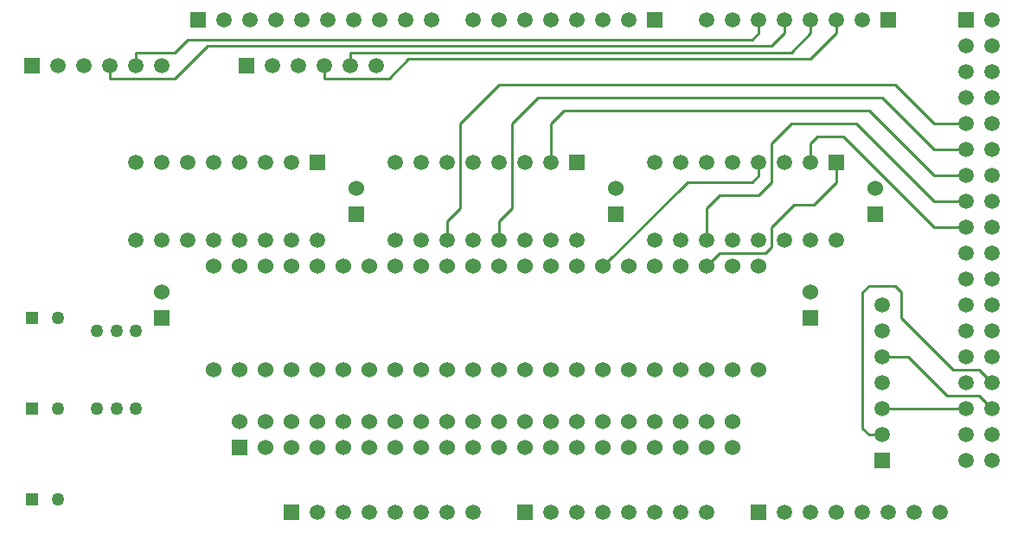
<source format=gbl>
G04 DipTrace 2.4.0.2*
%INBottom.gbr*%
%MOIN*%
%ADD10C,0.01*%
%ADD16C,0.06*%
%ADD17R,0.06X0.06*%
%ADD18C,0.05*%
%ADD19R,0.05X0.05*%
%ADD20R,0.0591X0.0591*%
%ADD22C,0.0591*%
%ADD23C,0.06*%
%ADD24C,0.05*%
%ADD25C,0.01*%
%FSLAX44Y44*%
G04*
G70*
G90*
G75*
G01*
%LNBottom*%
%LPD*%
X39687Y18937D2*
D10*
X37687Y20937D1*
X24437D1*
X23437Y19937D1*
Y16687D1*
X22937Y16187D1*
Y15437D1*
X39687Y15937D2*
X36187Y19437D1*
X35187D1*
X34937Y19187D1*
Y18437D1*
X39687Y17937D2*
X37187Y20437D1*
X25437D1*
X24937Y19937D1*
Y18437D1*
X39687Y19937D2*
X38187Y21437D1*
X22937D1*
X21437Y19937D1*
Y16687D1*
X20937Y16187D1*
Y15437D1*
X39687Y16937D2*
X36687Y19937D1*
X34187D1*
X33437Y19187D1*
Y17687D1*
X32937Y17187D1*
X31437D1*
X30937Y16687D1*
Y15437D1*
X40187Y19937D2*
X40937D1*
X40187Y18937D2*
X40937D1*
X40187Y17937D2*
X40937D1*
X40187Y16937D2*
X40937D1*
X40187Y15937D2*
X40937D1*
X37687Y7937D2*
X37187D1*
X36937Y8187D1*
Y13437D1*
X37187Y13687D1*
X38187D1*
X38437Y13437D1*
Y12437D1*
X40437Y10437D1*
X41437D1*
X41937Y9937D1*
X37687Y8937D2*
X40937D1*
X37687Y10937D2*
X38687D1*
X40187Y9437D1*
X41437D1*
X41937Y8937D1*
X16187Y22187D2*
Y21687D1*
X18687D1*
X19437Y22437D1*
X34937D1*
X35937Y23437D1*
Y23937D1*
X7937Y22187D2*
Y21687D1*
X10437D1*
X11687Y22937D1*
X33437D1*
X33937Y23437D1*
Y23937D1*
X35937Y18437D2*
Y17687D1*
X35062Y16812D1*
X34312D1*
X33437Y15937D1*
Y15187D1*
X33187Y14937D1*
X31437D1*
X30937Y14437D1*
X32937Y18437D2*
Y17937D1*
X32687Y17687D1*
X30187D1*
X26937Y14437D1*
X17187Y22187D2*
Y22687D1*
X34187D1*
X34937Y23437D1*
Y23937D1*
X8937Y22187D2*
Y22687D1*
X10437D1*
X10937Y23187D1*
X32687D1*
X32937Y23437D1*
Y23937D1*
D16*
X37437Y17437D3*
D17*
Y16437D3*
D16*
X27437Y17437D3*
D17*
Y16437D3*
D16*
X17437Y17437D3*
D17*
Y16437D3*
X9937Y12437D3*
D16*
Y13437D3*
D17*
X34937Y12437D3*
D16*
Y13437D3*
D18*
X5937Y5437D3*
D19*
X4937D3*
D18*
X5937Y8937D3*
D19*
X4937D3*
D18*
X5937Y12437D3*
D19*
X4937D3*
D16*
X31937Y7437D3*
X30937D3*
X29937D3*
X28937D3*
X27937D3*
X26937D3*
X25937D3*
X24937D3*
X23937D3*
X22937D3*
X21937D3*
X20937D3*
X19937D3*
X18937D3*
X17937D3*
X16937D3*
X15937D3*
X14937D3*
X13937D3*
D17*
X12937D3*
D16*
Y8437D3*
X13937D3*
X14937D3*
X15937D3*
X16937D3*
X17937D3*
X18937D3*
X19937D3*
X20937D3*
X21937D3*
X22937D3*
X23937D3*
X24937D3*
X25937D3*
X26937D3*
X27937D3*
X28937D3*
X29937D3*
X30937D3*
X31937D3*
D20*
X23937Y4937D3*
D22*
X24937D3*
X25937D3*
X26937D3*
X27937D3*
X28937D3*
X29937D3*
X30937D3*
D20*
X14937D3*
D22*
X15937D3*
X16937D3*
X17937D3*
X18937D3*
X19937D3*
X20937D3*
X21937D3*
D20*
X28937Y23937D3*
D22*
X27937D3*
X26937D3*
X25937D3*
X24937D3*
X23937D3*
X22937D3*
X21937D3*
D20*
X11337D3*
D22*
X12337D3*
X13337D3*
X14337D3*
X15337D3*
X16337D3*
X17337D3*
X18337D3*
X19337D3*
X20337D3*
D20*
X32937Y4937D3*
D22*
X33937D3*
X34937D3*
X35937D3*
X36937D3*
X37937D3*
X38937D3*
X39937D3*
D20*
X37937Y23937D3*
D22*
X36937D3*
X35937D3*
X34937D3*
X33937D3*
X32937D3*
X31937D3*
X30937D3*
D20*
X40937D3*
D22*
X41937D3*
X40937Y22937D3*
X41937D3*
X40937Y21937D3*
X41937D3*
X40937Y20937D3*
X41937D3*
X40937Y19937D3*
X41937D3*
X40937Y18937D3*
X41937D3*
X40937Y17937D3*
X41937D3*
X40937Y16937D3*
X41937D3*
X40937Y15937D3*
X41937D3*
X40937Y14937D3*
X41937D3*
X40937Y13937D3*
X41937D3*
X40937Y12937D3*
X41937D3*
X40937Y11937D3*
X41937D3*
X40937Y10937D3*
X41937D3*
X40937Y9937D3*
X41937D3*
X40937Y8937D3*
X41937D3*
X40937Y7937D3*
X41937D3*
X40937Y6937D3*
X41937D3*
D20*
X13187Y22187D3*
D22*
X14187D3*
X15187D3*
X16187D3*
X17187D3*
X18187D3*
D20*
X4937D3*
D22*
X5937D3*
X6937D3*
X7937D3*
X8937D3*
X9937D3*
D20*
X37687Y6937D3*
D22*
Y7937D3*
Y8937D3*
Y9937D3*
Y10937D3*
Y11937D3*
Y12937D3*
D16*
X32937Y14437D3*
D23*
Y10437D3*
D16*
X31937Y14437D3*
D23*
Y10437D3*
D16*
X29937Y14437D3*
D23*
Y10437D3*
D16*
X30937Y14437D3*
D23*
Y10437D3*
D16*
X28937Y14437D3*
D23*
Y10437D3*
D16*
X27937Y14437D3*
D23*
Y10437D3*
D16*
X25937Y14437D3*
D23*
Y10437D3*
D16*
X26937Y14437D3*
D23*
Y10437D3*
D16*
X24937Y14437D3*
D23*
Y10437D3*
D16*
X21937Y14437D3*
D23*
Y10437D3*
D16*
X22937Y14437D3*
D23*
Y10437D3*
D16*
X20937Y14437D3*
D23*
Y10437D3*
D16*
X19937Y14437D3*
D23*
Y10437D3*
D16*
X17937Y14437D3*
D23*
Y10437D3*
D16*
X18937Y14437D3*
D23*
Y10437D3*
D16*
X16937Y14437D3*
D23*
Y10437D3*
D16*
X15937Y14437D3*
D23*
Y10437D3*
D16*
X13937Y14437D3*
D23*
Y10437D3*
D16*
X14937Y14437D3*
D23*
Y10437D3*
D16*
X12937Y14437D3*
D23*
Y10437D3*
D16*
X11937Y14437D3*
D23*
Y10437D3*
D16*
X23937Y14437D3*
D23*
Y10437D3*
D18*
X8937Y11937D3*
D24*
Y8937D3*
D18*
X8187Y11937D3*
D24*
Y8937D3*
D18*
X7437Y11937D3*
D24*
Y8937D3*
D20*
X35937Y18437D3*
D22*
X34937D3*
X33937D3*
X32937D3*
X31937D3*
X30937D3*
X29937D3*
X28937D3*
Y15437D3*
X29937D3*
X30937D3*
X31937D3*
X32937D3*
X33937D3*
X34937D3*
X35937D3*
D20*
X25937Y18437D3*
D22*
X24937D3*
X23937D3*
X22937D3*
X21937D3*
X20937D3*
X19937D3*
X18937D3*
Y15437D3*
X19937D3*
X20937D3*
X21937D3*
X22937D3*
X23937D3*
X24937D3*
X25937D3*
D20*
X15937Y18437D3*
D22*
X14937D3*
X13937D3*
X12937D3*
X11937D3*
X10937D3*
X9937D3*
X8937D3*
Y15437D3*
X9937D3*
X10937D3*
X11937D3*
X12937D3*
X13937D3*
X14937D3*
X15937D3*
D25*
X40187Y16937D3*
X39687D3*
Y18937D3*
X40187D3*
Y15937D3*
X39687D3*
X40187Y19937D3*
X39687D3*
X40187Y17937D3*
X39687D3*
X40187Y16937D2*
D10*
X39687D1*
Y18937D2*
X40187D1*
Y15937D2*
X39687D1*
X40187Y19937D2*
X39687D1*
X40187Y17937D2*
X39687D1*
M02*

</source>
